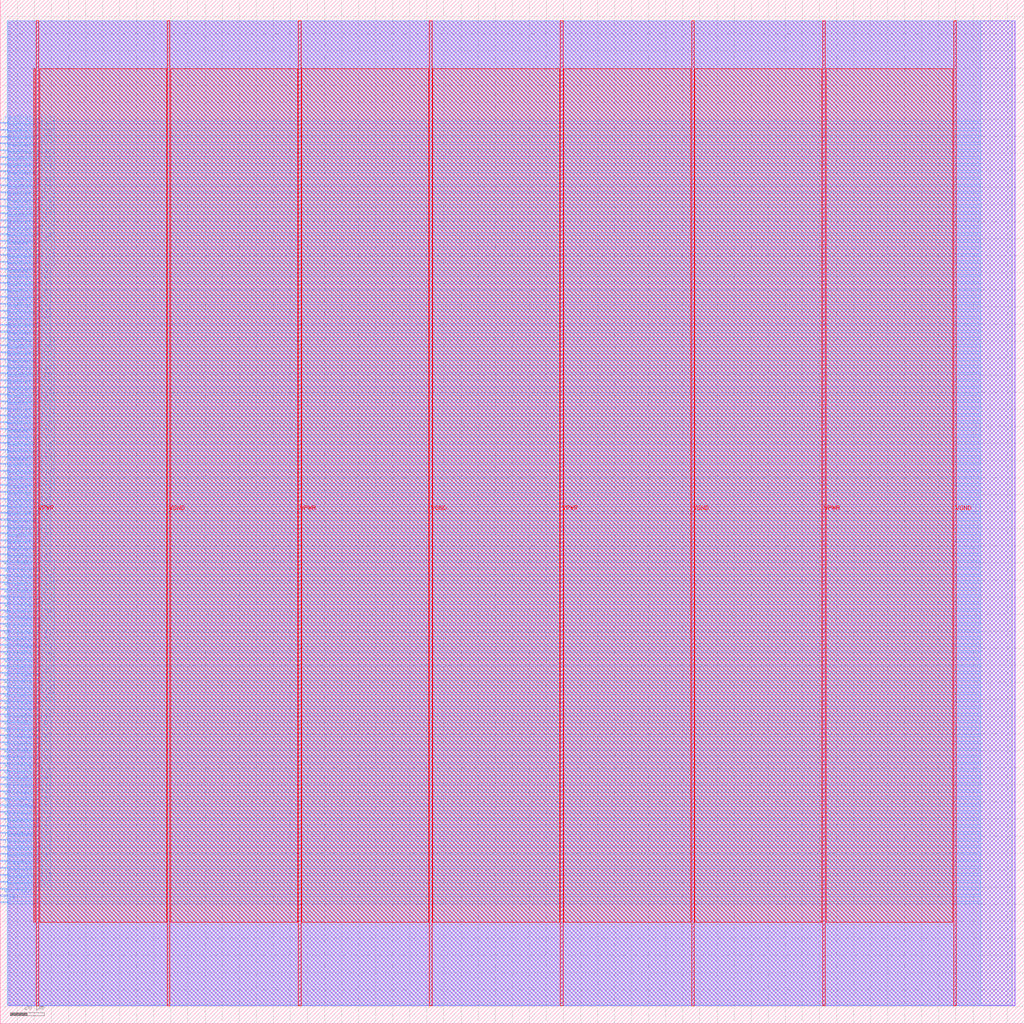
<source format=lef>
VERSION 5.7 ;
  NOWIREEXTENSIONATPIN ON ;
  DIVIDERCHAR "/" ;
  BUSBITCHARS "[]" ;
MACRO registerFile
  CLASS BLOCK ;
  FOREIGN registerFile ;
  ORIGIN 0.000 0.000 ;
  SIZE 600.000 BY 600.000 ;
  PIN VGND
    DIRECTION INOUT ;
    USE GROUND ;
    PORT
      LAYER met4 ;
        RECT 97.840 10.640 99.440 587.760 ;
    END
    PORT
      LAYER met4 ;
        RECT 251.440 10.640 253.040 587.760 ;
    END
    PORT
      LAYER met4 ;
        RECT 405.040 10.640 406.640 587.760 ;
    END
    PORT
      LAYER met4 ;
        RECT 558.640 10.640 560.240 587.760 ;
    END
  END VGND
  PIN VPWR
    DIRECTION INOUT ;
    USE POWER ;
    PORT
      LAYER met4 ;
        RECT 21.040 10.640 22.640 587.760 ;
    END
    PORT
      LAYER met4 ;
        RECT 174.640 10.640 176.240 587.760 ;
    END
    PORT
      LAYER met4 ;
        RECT 328.240 10.640 329.840 587.760 ;
    END
    PORT
      LAYER met4 ;
        RECT 481.840 10.640 483.440 587.760 ;
    END
  END VPWR
  PIN clk
    DIRECTION INPUT ;
    USE SIGNAL ;
    ANTENNAGATEAREA 0.852000 ;
    ANTENNADIFFAREA 0.434700 ;
    PORT
      LAYER met3 ;
        RECT 0.000 70.760 4.000 71.360 ;
    END
  END clk
  PIN readAddr1[0]
    DIRECTION INPUT ;
    USE SIGNAL ;
    ANTENNAGATEAREA 0.196500 ;
    PORT
      LAYER met3 ;
        RECT 0.000 78.920 4.000 79.520 ;
    END
  END readAddr1[0]
  PIN readAddr1[1]
    DIRECTION INPUT ;
    USE SIGNAL ;
    ANTENNAGATEAREA 0.196500 ;
    PORT
      LAYER met3 ;
        RECT 0.000 83.000 4.000 83.600 ;
    END
  END readAddr1[1]
  PIN readAddr1[2]
    DIRECTION INPUT ;
    USE SIGNAL ;
    ANTENNAGATEAREA 0.196500 ;
    PORT
      LAYER met3 ;
        RECT 0.000 87.080 4.000 87.680 ;
    END
  END readAddr1[2]
  PIN readAddr1[3]
    DIRECTION INPUT ;
    USE SIGNAL ;
    ANTENNAGATEAREA 0.196500 ;
    PORT
      LAYER met3 ;
        RECT 0.000 91.160 4.000 91.760 ;
    END
  END readAddr1[3]
  PIN readAddr1[4]
    DIRECTION INPUT ;
    USE SIGNAL ;
    ANTENNAGATEAREA 0.196500 ;
    PORT
      LAYER met3 ;
        RECT 0.000 95.240 4.000 95.840 ;
    END
  END readAddr1[4]
  PIN readAddr2[0]
    DIRECTION INPUT ;
    USE SIGNAL ;
    ANTENNAGATEAREA 0.196500 ;
    PORT
      LAYER met3 ;
        RECT 0.000 99.320 4.000 99.920 ;
    END
  END readAddr2[0]
  PIN readAddr2[1]
    DIRECTION INPUT ;
    USE SIGNAL ;
    ANTENNAGATEAREA 0.196500 ;
    PORT
      LAYER met3 ;
        RECT 0.000 103.400 4.000 104.000 ;
    END
  END readAddr2[1]
  PIN readAddr2[2]
    DIRECTION INPUT ;
    USE SIGNAL ;
    ANTENNAGATEAREA 0.196500 ;
    PORT
      LAYER met3 ;
        RECT 0.000 107.480 4.000 108.080 ;
    END
  END readAddr2[2]
  PIN readAddr2[3]
    DIRECTION INPUT ;
    USE SIGNAL ;
    ANTENNAGATEAREA 0.196500 ;
    PORT
      LAYER met3 ;
        RECT 0.000 111.560 4.000 112.160 ;
    END
  END readAddr2[3]
  PIN readAddr2[4]
    DIRECTION INPUT ;
    USE SIGNAL ;
    ANTENNAGATEAREA 0.196500 ;
    PORT
      LAYER met3 ;
        RECT 0.000 115.640 4.000 116.240 ;
    END
  END readAddr2[4]
  PIN readData1[0]
    DIRECTION OUTPUT TRISTATE ;
    USE SIGNAL ;
    ANTENNADIFFAREA 0.795200 ;
    PORT
      LAYER met3 ;
        RECT 0.000 270.680 4.000 271.280 ;
    END
  END readData1[0]
  PIN readData1[10]
    DIRECTION OUTPUT TRISTATE ;
    USE SIGNAL ;
    ANTENNADIFFAREA 0.795200 ;
    PORT
      LAYER met3 ;
        RECT 0.000 311.480 4.000 312.080 ;
    END
  END readData1[10]
  PIN readData1[11]
    DIRECTION OUTPUT TRISTATE ;
    USE SIGNAL ;
    ANTENNADIFFAREA 0.795200 ;
    PORT
      LAYER met3 ;
        RECT 0.000 315.560 4.000 316.160 ;
    END
  END readData1[11]
  PIN readData1[12]
    DIRECTION OUTPUT TRISTATE ;
    USE SIGNAL ;
    ANTENNADIFFAREA 0.795200 ;
    PORT
      LAYER met3 ;
        RECT 0.000 319.640 4.000 320.240 ;
    END
  END readData1[12]
  PIN readData1[13]
    DIRECTION OUTPUT TRISTATE ;
    USE SIGNAL ;
    ANTENNADIFFAREA 0.795200 ;
    PORT
      LAYER met3 ;
        RECT 0.000 323.720 4.000 324.320 ;
    END
  END readData1[13]
  PIN readData1[14]
    DIRECTION OUTPUT TRISTATE ;
    USE SIGNAL ;
    ANTENNADIFFAREA 0.795200 ;
    PORT
      LAYER met3 ;
        RECT 0.000 327.800 4.000 328.400 ;
    END
  END readData1[14]
  PIN readData1[15]
    DIRECTION OUTPUT TRISTATE ;
    USE SIGNAL ;
    ANTENNADIFFAREA 0.795200 ;
    PORT
      LAYER met3 ;
        RECT 0.000 331.880 4.000 332.480 ;
    END
  END readData1[15]
  PIN readData1[16]
    DIRECTION OUTPUT TRISTATE ;
    USE SIGNAL ;
    ANTENNADIFFAREA 0.795200 ;
    PORT
      LAYER met3 ;
        RECT 0.000 335.960 4.000 336.560 ;
    END
  END readData1[16]
  PIN readData1[17]
    DIRECTION OUTPUT TRISTATE ;
    USE SIGNAL ;
    ANTENNADIFFAREA 0.795200 ;
    PORT
      LAYER met3 ;
        RECT 0.000 340.040 4.000 340.640 ;
    END
  END readData1[17]
  PIN readData1[18]
    DIRECTION OUTPUT TRISTATE ;
    USE SIGNAL ;
    ANTENNADIFFAREA 0.795200 ;
    PORT
      LAYER met3 ;
        RECT 0.000 344.120 4.000 344.720 ;
    END
  END readData1[18]
  PIN readData1[19]
    DIRECTION OUTPUT TRISTATE ;
    USE SIGNAL ;
    ANTENNADIFFAREA 0.795200 ;
    PORT
      LAYER met3 ;
        RECT 0.000 348.200 4.000 348.800 ;
    END
  END readData1[19]
  PIN readData1[1]
    DIRECTION OUTPUT TRISTATE ;
    USE SIGNAL ;
    ANTENNADIFFAREA 0.795200 ;
    PORT
      LAYER met3 ;
        RECT 0.000 274.760 4.000 275.360 ;
    END
  END readData1[1]
  PIN readData1[20]
    DIRECTION OUTPUT TRISTATE ;
    USE SIGNAL ;
    ANTENNADIFFAREA 0.795200 ;
    PORT
      LAYER met3 ;
        RECT 0.000 352.280 4.000 352.880 ;
    END
  END readData1[20]
  PIN readData1[21]
    DIRECTION OUTPUT TRISTATE ;
    USE SIGNAL ;
    ANTENNADIFFAREA 0.795200 ;
    PORT
      LAYER met3 ;
        RECT 0.000 356.360 4.000 356.960 ;
    END
  END readData1[21]
  PIN readData1[22]
    DIRECTION OUTPUT TRISTATE ;
    USE SIGNAL ;
    ANTENNADIFFAREA 0.795200 ;
    PORT
      LAYER met3 ;
        RECT 0.000 360.440 4.000 361.040 ;
    END
  END readData1[22]
  PIN readData1[23]
    DIRECTION OUTPUT TRISTATE ;
    USE SIGNAL ;
    ANTENNADIFFAREA 0.795200 ;
    PORT
      LAYER met3 ;
        RECT 0.000 364.520 4.000 365.120 ;
    END
  END readData1[23]
  PIN readData1[24]
    DIRECTION OUTPUT TRISTATE ;
    USE SIGNAL ;
    ANTENNADIFFAREA 0.795200 ;
    PORT
      LAYER met3 ;
        RECT 0.000 368.600 4.000 369.200 ;
    END
  END readData1[24]
  PIN readData1[25]
    DIRECTION OUTPUT TRISTATE ;
    USE SIGNAL ;
    ANTENNADIFFAREA 0.795200 ;
    PORT
      LAYER met3 ;
        RECT 0.000 372.680 4.000 373.280 ;
    END
  END readData1[25]
  PIN readData1[26]
    DIRECTION OUTPUT TRISTATE ;
    USE SIGNAL ;
    ANTENNADIFFAREA 0.795200 ;
    PORT
      LAYER met3 ;
        RECT 0.000 376.760 4.000 377.360 ;
    END
  END readData1[26]
  PIN readData1[27]
    DIRECTION OUTPUT TRISTATE ;
    USE SIGNAL ;
    ANTENNADIFFAREA 0.795200 ;
    PORT
      LAYER met3 ;
        RECT 0.000 380.840 4.000 381.440 ;
    END
  END readData1[27]
  PIN readData1[28]
    DIRECTION OUTPUT TRISTATE ;
    USE SIGNAL ;
    ANTENNADIFFAREA 0.795200 ;
    PORT
      LAYER met3 ;
        RECT 0.000 384.920 4.000 385.520 ;
    END
  END readData1[28]
  PIN readData1[29]
    DIRECTION OUTPUT TRISTATE ;
    USE SIGNAL ;
    ANTENNADIFFAREA 0.795200 ;
    PORT
      LAYER met3 ;
        RECT 0.000 389.000 4.000 389.600 ;
    END
  END readData1[29]
  PIN readData1[2]
    DIRECTION OUTPUT TRISTATE ;
    USE SIGNAL ;
    ANTENNADIFFAREA 0.795200 ;
    PORT
      LAYER met3 ;
        RECT 0.000 278.840 4.000 279.440 ;
    END
  END readData1[2]
  PIN readData1[30]
    DIRECTION OUTPUT TRISTATE ;
    USE SIGNAL ;
    ANTENNADIFFAREA 0.795200 ;
    PORT
      LAYER met3 ;
        RECT 0.000 393.080 4.000 393.680 ;
    END
  END readData1[30]
  PIN readData1[31]
    DIRECTION OUTPUT TRISTATE ;
    USE SIGNAL ;
    ANTENNADIFFAREA 0.795200 ;
    PORT
      LAYER met3 ;
        RECT 0.000 397.160 4.000 397.760 ;
    END
  END readData1[31]
  PIN readData1[3]
    DIRECTION OUTPUT TRISTATE ;
    USE SIGNAL ;
    ANTENNADIFFAREA 0.795200 ;
    PORT
      LAYER met3 ;
        RECT 0.000 282.920 4.000 283.520 ;
    END
  END readData1[3]
  PIN readData1[4]
    DIRECTION OUTPUT TRISTATE ;
    USE SIGNAL ;
    ANTENNADIFFAREA 0.795200 ;
    PORT
      LAYER met3 ;
        RECT 0.000 287.000 4.000 287.600 ;
    END
  END readData1[4]
  PIN readData1[5]
    DIRECTION OUTPUT TRISTATE ;
    USE SIGNAL ;
    ANTENNADIFFAREA 0.795200 ;
    PORT
      LAYER met3 ;
        RECT 0.000 291.080 4.000 291.680 ;
    END
  END readData1[5]
  PIN readData1[6]
    DIRECTION OUTPUT TRISTATE ;
    USE SIGNAL ;
    ANTENNADIFFAREA 0.795200 ;
    PORT
      LAYER met3 ;
        RECT 0.000 295.160 4.000 295.760 ;
    END
  END readData1[6]
  PIN readData1[7]
    DIRECTION OUTPUT TRISTATE ;
    USE SIGNAL ;
    ANTENNADIFFAREA 0.795200 ;
    PORT
      LAYER met3 ;
        RECT 0.000 299.240 4.000 299.840 ;
    END
  END readData1[7]
  PIN readData1[8]
    DIRECTION OUTPUT TRISTATE ;
    USE SIGNAL ;
    ANTENNADIFFAREA 0.795200 ;
    PORT
      LAYER met3 ;
        RECT 0.000 303.320 4.000 303.920 ;
    END
  END readData1[8]
  PIN readData1[9]
    DIRECTION OUTPUT TRISTATE ;
    USE SIGNAL ;
    ANTENNADIFFAREA 0.795200 ;
    PORT
      LAYER met3 ;
        RECT 0.000 307.400 4.000 308.000 ;
    END
  END readData1[9]
  PIN readData2[0]
    DIRECTION OUTPUT TRISTATE ;
    USE SIGNAL ;
    ANTENNADIFFAREA 0.795200 ;
    PORT
      LAYER met3 ;
        RECT 0.000 401.240 4.000 401.840 ;
    END
  END readData2[0]
  PIN readData2[10]
    DIRECTION OUTPUT TRISTATE ;
    USE SIGNAL ;
    ANTENNADIFFAREA 0.795200 ;
    PORT
      LAYER met3 ;
        RECT 0.000 442.040 4.000 442.640 ;
    END
  END readData2[10]
  PIN readData2[11]
    DIRECTION OUTPUT TRISTATE ;
    USE SIGNAL ;
    ANTENNADIFFAREA 0.795200 ;
    PORT
      LAYER met3 ;
        RECT 0.000 446.120 4.000 446.720 ;
    END
  END readData2[11]
  PIN readData2[12]
    DIRECTION OUTPUT TRISTATE ;
    USE SIGNAL ;
    ANTENNADIFFAREA 0.795200 ;
    PORT
      LAYER met3 ;
        RECT 0.000 450.200 4.000 450.800 ;
    END
  END readData2[12]
  PIN readData2[13]
    DIRECTION OUTPUT TRISTATE ;
    USE SIGNAL ;
    ANTENNADIFFAREA 0.795200 ;
    PORT
      LAYER met3 ;
        RECT 0.000 454.280 4.000 454.880 ;
    END
  END readData2[13]
  PIN readData2[14]
    DIRECTION OUTPUT TRISTATE ;
    USE SIGNAL ;
    ANTENNADIFFAREA 0.795200 ;
    PORT
      LAYER met3 ;
        RECT 0.000 458.360 4.000 458.960 ;
    END
  END readData2[14]
  PIN readData2[15]
    DIRECTION OUTPUT TRISTATE ;
    USE SIGNAL ;
    ANTENNADIFFAREA 0.795200 ;
    PORT
      LAYER met3 ;
        RECT 0.000 462.440 4.000 463.040 ;
    END
  END readData2[15]
  PIN readData2[16]
    DIRECTION OUTPUT TRISTATE ;
    USE SIGNAL ;
    ANTENNADIFFAREA 0.795200 ;
    PORT
      LAYER met3 ;
        RECT 0.000 466.520 4.000 467.120 ;
    END
  END readData2[16]
  PIN readData2[17]
    DIRECTION OUTPUT TRISTATE ;
    USE SIGNAL ;
    ANTENNADIFFAREA 0.795200 ;
    PORT
      LAYER met3 ;
        RECT 0.000 470.600 4.000 471.200 ;
    END
  END readData2[17]
  PIN readData2[18]
    DIRECTION OUTPUT TRISTATE ;
    USE SIGNAL ;
    ANTENNADIFFAREA 0.795200 ;
    PORT
      LAYER met3 ;
        RECT 0.000 474.680 4.000 475.280 ;
    END
  END readData2[18]
  PIN readData2[19]
    DIRECTION OUTPUT TRISTATE ;
    USE SIGNAL ;
    ANTENNADIFFAREA 0.795200 ;
    PORT
      LAYER met3 ;
        RECT 0.000 478.760 4.000 479.360 ;
    END
  END readData2[19]
  PIN readData2[1]
    DIRECTION OUTPUT TRISTATE ;
    USE SIGNAL ;
    ANTENNADIFFAREA 0.795200 ;
    PORT
      LAYER met3 ;
        RECT 0.000 405.320 4.000 405.920 ;
    END
  END readData2[1]
  PIN readData2[20]
    DIRECTION OUTPUT TRISTATE ;
    USE SIGNAL ;
    ANTENNADIFFAREA 0.795200 ;
    PORT
      LAYER met3 ;
        RECT 0.000 482.840 4.000 483.440 ;
    END
  END readData2[20]
  PIN readData2[21]
    DIRECTION OUTPUT TRISTATE ;
    USE SIGNAL ;
    ANTENNADIFFAREA 0.795200 ;
    PORT
      LAYER met3 ;
        RECT 0.000 486.920 4.000 487.520 ;
    END
  END readData2[21]
  PIN readData2[22]
    DIRECTION OUTPUT TRISTATE ;
    USE SIGNAL ;
    ANTENNADIFFAREA 0.795200 ;
    PORT
      LAYER met3 ;
        RECT 0.000 491.000 4.000 491.600 ;
    END
  END readData2[22]
  PIN readData2[23]
    DIRECTION OUTPUT TRISTATE ;
    USE SIGNAL ;
    ANTENNADIFFAREA 0.795200 ;
    PORT
      LAYER met3 ;
        RECT 0.000 495.080 4.000 495.680 ;
    END
  END readData2[23]
  PIN readData2[24]
    DIRECTION OUTPUT TRISTATE ;
    USE SIGNAL ;
    ANTENNADIFFAREA 0.795200 ;
    PORT
      LAYER met3 ;
        RECT 0.000 499.160 4.000 499.760 ;
    END
  END readData2[24]
  PIN readData2[25]
    DIRECTION OUTPUT TRISTATE ;
    USE SIGNAL ;
    ANTENNADIFFAREA 0.795200 ;
    PORT
      LAYER met3 ;
        RECT 0.000 503.240 4.000 503.840 ;
    END
  END readData2[25]
  PIN readData2[26]
    DIRECTION OUTPUT TRISTATE ;
    USE SIGNAL ;
    ANTENNADIFFAREA 0.795200 ;
    PORT
      LAYER met3 ;
        RECT 0.000 507.320 4.000 507.920 ;
    END
  END readData2[26]
  PIN readData2[27]
    DIRECTION OUTPUT TRISTATE ;
    USE SIGNAL ;
    ANTENNADIFFAREA 0.795200 ;
    PORT
      LAYER met3 ;
        RECT 0.000 511.400 4.000 512.000 ;
    END
  END readData2[27]
  PIN readData2[28]
    DIRECTION OUTPUT TRISTATE ;
    USE SIGNAL ;
    ANTENNADIFFAREA 0.795200 ;
    PORT
      LAYER met3 ;
        RECT 0.000 515.480 4.000 516.080 ;
    END
  END readData2[28]
  PIN readData2[29]
    DIRECTION OUTPUT TRISTATE ;
    USE SIGNAL ;
    ANTENNADIFFAREA 0.795200 ;
    PORT
      LAYER met3 ;
        RECT 0.000 519.560 4.000 520.160 ;
    END
  END readData2[29]
  PIN readData2[2]
    DIRECTION OUTPUT TRISTATE ;
    USE SIGNAL ;
    ANTENNADIFFAREA 0.795200 ;
    PORT
      LAYER met3 ;
        RECT 0.000 409.400 4.000 410.000 ;
    END
  END readData2[2]
  PIN readData2[30]
    DIRECTION OUTPUT TRISTATE ;
    USE SIGNAL ;
    ANTENNADIFFAREA 0.795200 ;
    PORT
      LAYER met3 ;
        RECT 0.000 523.640 4.000 524.240 ;
    END
  END readData2[30]
  PIN readData2[31]
    DIRECTION OUTPUT TRISTATE ;
    USE SIGNAL ;
    ANTENNADIFFAREA 0.795200 ;
    PORT
      LAYER met3 ;
        RECT 0.000 527.720 4.000 528.320 ;
    END
  END readData2[31]
  PIN readData2[3]
    DIRECTION OUTPUT TRISTATE ;
    USE SIGNAL ;
    ANTENNADIFFAREA 0.795200 ;
    PORT
      LAYER met3 ;
        RECT 0.000 413.480 4.000 414.080 ;
    END
  END readData2[3]
  PIN readData2[4]
    DIRECTION OUTPUT TRISTATE ;
    USE SIGNAL ;
    ANTENNADIFFAREA 0.795200 ;
    PORT
      LAYER met3 ;
        RECT 0.000 417.560 4.000 418.160 ;
    END
  END readData2[4]
  PIN readData2[5]
    DIRECTION OUTPUT TRISTATE ;
    USE SIGNAL ;
    ANTENNADIFFAREA 0.795200 ;
    PORT
      LAYER met3 ;
        RECT 0.000 421.640 4.000 422.240 ;
    END
  END readData2[5]
  PIN readData2[6]
    DIRECTION OUTPUT TRISTATE ;
    USE SIGNAL ;
    ANTENNADIFFAREA 0.795200 ;
    PORT
      LAYER met3 ;
        RECT 0.000 425.720 4.000 426.320 ;
    END
  END readData2[6]
  PIN readData2[7]
    DIRECTION OUTPUT TRISTATE ;
    USE SIGNAL ;
    ANTENNADIFFAREA 0.795200 ;
    PORT
      LAYER met3 ;
        RECT 0.000 429.800 4.000 430.400 ;
    END
  END readData2[7]
  PIN readData2[8]
    DIRECTION OUTPUT TRISTATE ;
    USE SIGNAL ;
    ANTENNADIFFAREA 0.795200 ;
    PORT
      LAYER met3 ;
        RECT 0.000 433.880 4.000 434.480 ;
    END
  END readData2[8]
  PIN readData2[9]
    DIRECTION OUTPUT TRISTATE ;
    USE SIGNAL ;
    ANTENNADIFFAREA 0.795200 ;
    PORT
      LAYER met3 ;
        RECT 0.000 437.960 4.000 438.560 ;
    END
  END readData2[9]
  PIN writeAddr[0]
    DIRECTION INPUT ;
    USE SIGNAL ;
    ANTENNAGATEAREA 0.196500 ;
    PORT
      LAYER met3 ;
        RECT 0.000 119.720 4.000 120.320 ;
    END
  END writeAddr[0]
  PIN writeAddr[1]
    DIRECTION INPUT ;
    USE SIGNAL ;
    ANTENNAGATEAREA 0.196500 ;
    PORT
      LAYER met3 ;
        RECT 0.000 123.800 4.000 124.400 ;
    END
  END writeAddr[1]
  PIN writeAddr[2]
    DIRECTION INPUT ;
    USE SIGNAL ;
    ANTENNAGATEAREA 0.196500 ;
    PORT
      LAYER met3 ;
        RECT 0.000 127.880 4.000 128.480 ;
    END
  END writeAddr[2]
  PIN writeAddr[3]
    DIRECTION INPUT ;
    USE SIGNAL ;
    ANTENNAGATEAREA 0.196500 ;
    PORT
      LAYER met3 ;
        RECT 0.000 131.960 4.000 132.560 ;
    END
  END writeAddr[3]
  PIN writeAddr[4]
    DIRECTION INPUT ;
    USE SIGNAL ;
    ANTENNAGATEAREA 0.196500 ;
    PORT
      LAYER met3 ;
        RECT 0.000 136.040 4.000 136.640 ;
    END
  END writeAddr[4]
  PIN writeData[0]
    DIRECTION INPUT ;
    USE SIGNAL ;
    ANTENNAGATEAREA 0.196500 ;
    PORT
      LAYER met3 ;
        RECT 0.000 140.120 4.000 140.720 ;
    END
  END writeData[0]
  PIN writeData[10]
    DIRECTION INPUT ;
    USE SIGNAL ;
    ANTENNAGATEAREA 0.196500 ;
    PORT
      LAYER met3 ;
        RECT 0.000 180.920 4.000 181.520 ;
    END
  END writeData[10]
  PIN writeData[11]
    DIRECTION INPUT ;
    USE SIGNAL ;
    ANTENNAGATEAREA 0.196500 ;
    PORT
      LAYER met3 ;
        RECT 0.000 185.000 4.000 185.600 ;
    END
  END writeData[11]
  PIN writeData[12]
    DIRECTION INPUT ;
    USE SIGNAL ;
    ANTENNAGATEAREA 0.196500 ;
    PORT
      LAYER met3 ;
        RECT 0.000 189.080 4.000 189.680 ;
    END
  END writeData[12]
  PIN writeData[13]
    DIRECTION INPUT ;
    USE SIGNAL ;
    ANTENNAGATEAREA 0.196500 ;
    PORT
      LAYER met3 ;
        RECT 0.000 193.160 4.000 193.760 ;
    END
  END writeData[13]
  PIN writeData[14]
    DIRECTION INPUT ;
    USE SIGNAL ;
    ANTENNAGATEAREA 0.196500 ;
    PORT
      LAYER met3 ;
        RECT 0.000 197.240 4.000 197.840 ;
    END
  END writeData[14]
  PIN writeData[15]
    DIRECTION INPUT ;
    USE SIGNAL ;
    ANTENNAGATEAREA 0.196500 ;
    PORT
      LAYER met3 ;
        RECT 0.000 201.320 4.000 201.920 ;
    END
  END writeData[15]
  PIN writeData[16]
    DIRECTION INPUT ;
    USE SIGNAL ;
    ANTENNAGATEAREA 0.196500 ;
    PORT
      LAYER met3 ;
        RECT 0.000 205.400 4.000 206.000 ;
    END
  END writeData[16]
  PIN writeData[17]
    DIRECTION INPUT ;
    USE SIGNAL ;
    ANTENNAGATEAREA 0.196500 ;
    PORT
      LAYER met3 ;
        RECT 0.000 209.480 4.000 210.080 ;
    END
  END writeData[17]
  PIN writeData[18]
    DIRECTION INPUT ;
    USE SIGNAL ;
    ANTENNAGATEAREA 0.196500 ;
    PORT
      LAYER met3 ;
        RECT 0.000 213.560 4.000 214.160 ;
    END
  END writeData[18]
  PIN writeData[19]
    DIRECTION INPUT ;
    USE SIGNAL ;
    ANTENNAGATEAREA 0.196500 ;
    PORT
      LAYER met3 ;
        RECT 0.000 217.640 4.000 218.240 ;
    END
  END writeData[19]
  PIN writeData[1]
    DIRECTION INPUT ;
    USE SIGNAL ;
    ANTENNAGATEAREA 0.196500 ;
    PORT
      LAYER met3 ;
        RECT 0.000 144.200 4.000 144.800 ;
    END
  END writeData[1]
  PIN writeData[20]
    DIRECTION INPUT ;
    USE SIGNAL ;
    ANTENNAGATEAREA 0.196500 ;
    PORT
      LAYER met3 ;
        RECT 0.000 221.720 4.000 222.320 ;
    END
  END writeData[20]
  PIN writeData[21]
    DIRECTION INPUT ;
    USE SIGNAL ;
    ANTENNAGATEAREA 0.196500 ;
    PORT
      LAYER met3 ;
        RECT 0.000 225.800 4.000 226.400 ;
    END
  END writeData[21]
  PIN writeData[22]
    DIRECTION INPUT ;
    USE SIGNAL ;
    ANTENNAGATEAREA 0.196500 ;
    PORT
      LAYER met3 ;
        RECT 0.000 229.880 4.000 230.480 ;
    END
  END writeData[22]
  PIN writeData[23]
    DIRECTION INPUT ;
    USE SIGNAL ;
    ANTENNAGATEAREA 0.196500 ;
    PORT
      LAYER met3 ;
        RECT 0.000 233.960 4.000 234.560 ;
    END
  END writeData[23]
  PIN writeData[24]
    DIRECTION INPUT ;
    USE SIGNAL ;
    ANTENNAGATEAREA 0.196500 ;
    PORT
      LAYER met3 ;
        RECT 0.000 238.040 4.000 238.640 ;
    END
  END writeData[24]
  PIN writeData[25]
    DIRECTION INPUT ;
    USE SIGNAL ;
    ANTENNAGATEAREA 0.196500 ;
    PORT
      LAYER met3 ;
        RECT 0.000 242.120 4.000 242.720 ;
    END
  END writeData[25]
  PIN writeData[26]
    DIRECTION INPUT ;
    USE SIGNAL ;
    ANTENNAGATEAREA 0.196500 ;
    PORT
      LAYER met3 ;
        RECT 0.000 246.200 4.000 246.800 ;
    END
  END writeData[26]
  PIN writeData[27]
    DIRECTION INPUT ;
    USE SIGNAL ;
    ANTENNAGATEAREA 0.196500 ;
    PORT
      LAYER met3 ;
        RECT 0.000 250.280 4.000 250.880 ;
    END
  END writeData[27]
  PIN writeData[28]
    DIRECTION INPUT ;
    USE SIGNAL ;
    ANTENNAGATEAREA 0.196500 ;
    PORT
      LAYER met3 ;
        RECT 0.000 254.360 4.000 254.960 ;
    END
  END writeData[28]
  PIN writeData[29]
    DIRECTION INPUT ;
    USE SIGNAL ;
    ANTENNAGATEAREA 0.196500 ;
    PORT
      LAYER met3 ;
        RECT 0.000 258.440 4.000 259.040 ;
    END
  END writeData[29]
  PIN writeData[2]
    DIRECTION INPUT ;
    USE SIGNAL ;
    ANTENNAGATEAREA 0.196500 ;
    PORT
      LAYER met3 ;
        RECT 0.000 148.280 4.000 148.880 ;
    END
  END writeData[2]
  PIN writeData[30]
    DIRECTION INPUT ;
    USE SIGNAL ;
    ANTENNAGATEAREA 0.196500 ;
    PORT
      LAYER met3 ;
        RECT 0.000 262.520 4.000 263.120 ;
    END
  END writeData[30]
  PIN writeData[31]
    DIRECTION INPUT ;
    USE SIGNAL ;
    ANTENNAGATEAREA 0.196500 ;
    PORT
      LAYER met3 ;
        RECT 0.000 266.600 4.000 267.200 ;
    END
  END writeData[31]
  PIN writeData[3]
    DIRECTION INPUT ;
    USE SIGNAL ;
    ANTENNAGATEAREA 0.213000 ;
    PORT
      LAYER met3 ;
        RECT 0.000 152.360 4.000 152.960 ;
    END
  END writeData[3]
  PIN writeData[4]
    DIRECTION INPUT ;
    USE SIGNAL ;
    ANTENNAGATEAREA 0.213000 ;
    PORT
      LAYER met3 ;
        RECT 0.000 156.440 4.000 157.040 ;
    END
  END writeData[4]
  PIN writeData[5]
    DIRECTION INPUT ;
    USE SIGNAL ;
    ANTENNAGATEAREA 0.196500 ;
    PORT
      LAYER met3 ;
        RECT 0.000 160.520 4.000 161.120 ;
    END
  END writeData[5]
  PIN writeData[6]
    DIRECTION INPUT ;
    USE SIGNAL ;
    ANTENNAGATEAREA 0.196500 ;
    PORT
      LAYER met3 ;
        RECT 0.000 164.600 4.000 165.200 ;
    END
  END writeData[6]
  PIN writeData[7]
    DIRECTION INPUT ;
    USE SIGNAL ;
    ANTENNAGATEAREA 0.196500 ;
    PORT
      LAYER met3 ;
        RECT 0.000 168.680 4.000 169.280 ;
    END
  END writeData[7]
  PIN writeData[8]
    DIRECTION INPUT ;
    USE SIGNAL ;
    ANTENNAGATEAREA 0.196500 ;
    PORT
      LAYER met3 ;
        RECT 0.000 172.760 4.000 173.360 ;
    END
  END writeData[8]
  PIN writeData[9]
    DIRECTION INPUT ;
    USE SIGNAL ;
    ANTENNAGATEAREA 0.196500 ;
    PORT
      LAYER met3 ;
        RECT 0.000 176.840 4.000 177.440 ;
    END
  END writeData[9]
  PIN writeEn
    DIRECTION INPUT ;
    USE SIGNAL ;
    ANTENNAGATEAREA 0.196500 ;
    PORT
      LAYER met3 ;
        RECT 0.000 74.840 4.000 75.440 ;
    END
  END writeEn
  OBS
      LAYER li1 ;
        RECT 5.520 10.795 594.320 587.605 ;
      LAYER met1 ;
        RECT 4.670 10.640 594.620 587.760 ;
      LAYER met2 ;
        RECT 4.690 10.695 592.840 587.705 ;
      LAYER met3 ;
        RECT 3.990 528.720 574.475 587.685 ;
        RECT 4.400 527.320 574.475 528.720 ;
        RECT 3.990 524.640 574.475 527.320 ;
        RECT 4.400 523.240 574.475 524.640 ;
        RECT 3.990 520.560 574.475 523.240 ;
        RECT 4.400 519.160 574.475 520.560 ;
        RECT 3.990 516.480 574.475 519.160 ;
        RECT 4.400 515.080 574.475 516.480 ;
        RECT 3.990 512.400 574.475 515.080 ;
        RECT 4.400 511.000 574.475 512.400 ;
        RECT 3.990 508.320 574.475 511.000 ;
        RECT 4.400 506.920 574.475 508.320 ;
        RECT 3.990 504.240 574.475 506.920 ;
        RECT 4.400 502.840 574.475 504.240 ;
        RECT 3.990 500.160 574.475 502.840 ;
        RECT 4.400 498.760 574.475 500.160 ;
        RECT 3.990 496.080 574.475 498.760 ;
        RECT 4.400 494.680 574.475 496.080 ;
        RECT 3.990 492.000 574.475 494.680 ;
        RECT 4.400 490.600 574.475 492.000 ;
        RECT 3.990 487.920 574.475 490.600 ;
        RECT 4.400 486.520 574.475 487.920 ;
        RECT 3.990 483.840 574.475 486.520 ;
        RECT 4.400 482.440 574.475 483.840 ;
        RECT 3.990 479.760 574.475 482.440 ;
        RECT 4.400 478.360 574.475 479.760 ;
        RECT 3.990 475.680 574.475 478.360 ;
        RECT 4.400 474.280 574.475 475.680 ;
        RECT 3.990 471.600 574.475 474.280 ;
        RECT 4.400 470.200 574.475 471.600 ;
        RECT 3.990 467.520 574.475 470.200 ;
        RECT 4.400 466.120 574.475 467.520 ;
        RECT 3.990 463.440 574.475 466.120 ;
        RECT 4.400 462.040 574.475 463.440 ;
        RECT 3.990 459.360 574.475 462.040 ;
        RECT 4.400 457.960 574.475 459.360 ;
        RECT 3.990 455.280 574.475 457.960 ;
        RECT 4.400 453.880 574.475 455.280 ;
        RECT 3.990 451.200 574.475 453.880 ;
        RECT 4.400 449.800 574.475 451.200 ;
        RECT 3.990 447.120 574.475 449.800 ;
        RECT 4.400 445.720 574.475 447.120 ;
        RECT 3.990 443.040 574.475 445.720 ;
        RECT 4.400 441.640 574.475 443.040 ;
        RECT 3.990 438.960 574.475 441.640 ;
        RECT 4.400 437.560 574.475 438.960 ;
        RECT 3.990 434.880 574.475 437.560 ;
        RECT 4.400 433.480 574.475 434.880 ;
        RECT 3.990 430.800 574.475 433.480 ;
        RECT 4.400 429.400 574.475 430.800 ;
        RECT 3.990 426.720 574.475 429.400 ;
        RECT 4.400 425.320 574.475 426.720 ;
        RECT 3.990 422.640 574.475 425.320 ;
        RECT 4.400 421.240 574.475 422.640 ;
        RECT 3.990 418.560 574.475 421.240 ;
        RECT 4.400 417.160 574.475 418.560 ;
        RECT 3.990 414.480 574.475 417.160 ;
        RECT 4.400 413.080 574.475 414.480 ;
        RECT 3.990 410.400 574.475 413.080 ;
        RECT 4.400 409.000 574.475 410.400 ;
        RECT 3.990 406.320 574.475 409.000 ;
        RECT 4.400 404.920 574.475 406.320 ;
        RECT 3.990 402.240 574.475 404.920 ;
        RECT 4.400 400.840 574.475 402.240 ;
        RECT 3.990 398.160 574.475 400.840 ;
        RECT 4.400 396.760 574.475 398.160 ;
        RECT 3.990 394.080 574.475 396.760 ;
        RECT 4.400 392.680 574.475 394.080 ;
        RECT 3.990 390.000 574.475 392.680 ;
        RECT 4.400 388.600 574.475 390.000 ;
        RECT 3.990 385.920 574.475 388.600 ;
        RECT 4.400 384.520 574.475 385.920 ;
        RECT 3.990 381.840 574.475 384.520 ;
        RECT 4.400 380.440 574.475 381.840 ;
        RECT 3.990 377.760 574.475 380.440 ;
        RECT 4.400 376.360 574.475 377.760 ;
        RECT 3.990 373.680 574.475 376.360 ;
        RECT 4.400 372.280 574.475 373.680 ;
        RECT 3.990 369.600 574.475 372.280 ;
        RECT 4.400 368.200 574.475 369.600 ;
        RECT 3.990 365.520 574.475 368.200 ;
        RECT 4.400 364.120 574.475 365.520 ;
        RECT 3.990 361.440 574.475 364.120 ;
        RECT 4.400 360.040 574.475 361.440 ;
        RECT 3.990 357.360 574.475 360.040 ;
        RECT 4.400 355.960 574.475 357.360 ;
        RECT 3.990 353.280 574.475 355.960 ;
        RECT 4.400 351.880 574.475 353.280 ;
        RECT 3.990 349.200 574.475 351.880 ;
        RECT 4.400 347.800 574.475 349.200 ;
        RECT 3.990 345.120 574.475 347.800 ;
        RECT 4.400 343.720 574.475 345.120 ;
        RECT 3.990 341.040 574.475 343.720 ;
        RECT 4.400 339.640 574.475 341.040 ;
        RECT 3.990 336.960 574.475 339.640 ;
        RECT 4.400 335.560 574.475 336.960 ;
        RECT 3.990 332.880 574.475 335.560 ;
        RECT 4.400 331.480 574.475 332.880 ;
        RECT 3.990 328.800 574.475 331.480 ;
        RECT 4.400 327.400 574.475 328.800 ;
        RECT 3.990 324.720 574.475 327.400 ;
        RECT 4.400 323.320 574.475 324.720 ;
        RECT 3.990 320.640 574.475 323.320 ;
        RECT 4.400 319.240 574.475 320.640 ;
        RECT 3.990 316.560 574.475 319.240 ;
        RECT 4.400 315.160 574.475 316.560 ;
        RECT 3.990 312.480 574.475 315.160 ;
        RECT 4.400 311.080 574.475 312.480 ;
        RECT 3.990 308.400 574.475 311.080 ;
        RECT 4.400 307.000 574.475 308.400 ;
        RECT 3.990 304.320 574.475 307.000 ;
        RECT 4.400 302.920 574.475 304.320 ;
        RECT 3.990 300.240 574.475 302.920 ;
        RECT 4.400 298.840 574.475 300.240 ;
        RECT 3.990 296.160 574.475 298.840 ;
        RECT 4.400 294.760 574.475 296.160 ;
        RECT 3.990 292.080 574.475 294.760 ;
        RECT 4.400 290.680 574.475 292.080 ;
        RECT 3.990 288.000 574.475 290.680 ;
        RECT 4.400 286.600 574.475 288.000 ;
        RECT 3.990 283.920 574.475 286.600 ;
        RECT 4.400 282.520 574.475 283.920 ;
        RECT 3.990 279.840 574.475 282.520 ;
        RECT 4.400 278.440 574.475 279.840 ;
        RECT 3.990 275.760 574.475 278.440 ;
        RECT 4.400 274.360 574.475 275.760 ;
        RECT 3.990 271.680 574.475 274.360 ;
        RECT 4.400 270.280 574.475 271.680 ;
        RECT 3.990 267.600 574.475 270.280 ;
        RECT 4.400 266.200 574.475 267.600 ;
        RECT 3.990 263.520 574.475 266.200 ;
        RECT 4.400 262.120 574.475 263.520 ;
        RECT 3.990 259.440 574.475 262.120 ;
        RECT 4.400 258.040 574.475 259.440 ;
        RECT 3.990 255.360 574.475 258.040 ;
        RECT 4.400 253.960 574.475 255.360 ;
        RECT 3.990 251.280 574.475 253.960 ;
        RECT 4.400 249.880 574.475 251.280 ;
        RECT 3.990 247.200 574.475 249.880 ;
        RECT 4.400 245.800 574.475 247.200 ;
        RECT 3.990 243.120 574.475 245.800 ;
        RECT 4.400 241.720 574.475 243.120 ;
        RECT 3.990 239.040 574.475 241.720 ;
        RECT 4.400 237.640 574.475 239.040 ;
        RECT 3.990 234.960 574.475 237.640 ;
        RECT 4.400 233.560 574.475 234.960 ;
        RECT 3.990 230.880 574.475 233.560 ;
        RECT 4.400 229.480 574.475 230.880 ;
        RECT 3.990 226.800 574.475 229.480 ;
        RECT 4.400 225.400 574.475 226.800 ;
        RECT 3.990 222.720 574.475 225.400 ;
        RECT 4.400 221.320 574.475 222.720 ;
        RECT 3.990 218.640 574.475 221.320 ;
        RECT 4.400 217.240 574.475 218.640 ;
        RECT 3.990 214.560 574.475 217.240 ;
        RECT 4.400 213.160 574.475 214.560 ;
        RECT 3.990 210.480 574.475 213.160 ;
        RECT 4.400 209.080 574.475 210.480 ;
        RECT 3.990 206.400 574.475 209.080 ;
        RECT 4.400 205.000 574.475 206.400 ;
        RECT 3.990 202.320 574.475 205.000 ;
        RECT 4.400 200.920 574.475 202.320 ;
        RECT 3.990 198.240 574.475 200.920 ;
        RECT 4.400 196.840 574.475 198.240 ;
        RECT 3.990 194.160 574.475 196.840 ;
        RECT 4.400 192.760 574.475 194.160 ;
        RECT 3.990 190.080 574.475 192.760 ;
        RECT 4.400 188.680 574.475 190.080 ;
        RECT 3.990 186.000 574.475 188.680 ;
        RECT 4.400 184.600 574.475 186.000 ;
        RECT 3.990 181.920 574.475 184.600 ;
        RECT 4.400 180.520 574.475 181.920 ;
        RECT 3.990 177.840 574.475 180.520 ;
        RECT 4.400 176.440 574.475 177.840 ;
        RECT 3.990 173.760 574.475 176.440 ;
        RECT 4.400 172.360 574.475 173.760 ;
        RECT 3.990 169.680 574.475 172.360 ;
        RECT 4.400 168.280 574.475 169.680 ;
        RECT 3.990 165.600 574.475 168.280 ;
        RECT 4.400 164.200 574.475 165.600 ;
        RECT 3.990 161.520 574.475 164.200 ;
        RECT 4.400 160.120 574.475 161.520 ;
        RECT 3.990 157.440 574.475 160.120 ;
        RECT 4.400 156.040 574.475 157.440 ;
        RECT 3.990 153.360 574.475 156.040 ;
        RECT 4.400 151.960 574.475 153.360 ;
        RECT 3.990 149.280 574.475 151.960 ;
        RECT 4.400 147.880 574.475 149.280 ;
        RECT 3.990 145.200 574.475 147.880 ;
        RECT 4.400 143.800 574.475 145.200 ;
        RECT 3.990 141.120 574.475 143.800 ;
        RECT 4.400 139.720 574.475 141.120 ;
        RECT 3.990 137.040 574.475 139.720 ;
        RECT 4.400 135.640 574.475 137.040 ;
        RECT 3.990 132.960 574.475 135.640 ;
        RECT 4.400 131.560 574.475 132.960 ;
        RECT 3.990 128.880 574.475 131.560 ;
        RECT 4.400 127.480 574.475 128.880 ;
        RECT 3.990 124.800 574.475 127.480 ;
        RECT 4.400 123.400 574.475 124.800 ;
        RECT 3.990 120.720 574.475 123.400 ;
        RECT 4.400 119.320 574.475 120.720 ;
        RECT 3.990 116.640 574.475 119.320 ;
        RECT 4.400 115.240 574.475 116.640 ;
        RECT 3.990 112.560 574.475 115.240 ;
        RECT 4.400 111.160 574.475 112.560 ;
        RECT 3.990 108.480 574.475 111.160 ;
        RECT 4.400 107.080 574.475 108.480 ;
        RECT 3.990 104.400 574.475 107.080 ;
        RECT 4.400 103.000 574.475 104.400 ;
        RECT 3.990 100.320 574.475 103.000 ;
        RECT 4.400 98.920 574.475 100.320 ;
        RECT 3.990 96.240 574.475 98.920 ;
        RECT 4.400 94.840 574.475 96.240 ;
        RECT 3.990 92.160 574.475 94.840 ;
        RECT 4.400 90.760 574.475 92.160 ;
        RECT 3.990 88.080 574.475 90.760 ;
        RECT 4.400 86.680 574.475 88.080 ;
        RECT 3.990 84.000 574.475 86.680 ;
        RECT 4.400 82.600 574.475 84.000 ;
        RECT 3.990 79.920 574.475 82.600 ;
        RECT 4.400 78.520 574.475 79.920 ;
        RECT 3.990 75.840 574.475 78.520 ;
        RECT 4.400 74.440 574.475 75.840 ;
        RECT 3.990 71.760 574.475 74.440 ;
        RECT 4.400 70.360 574.475 71.760 ;
        RECT 3.990 10.715 574.475 70.360 ;
      LAYER met4 ;
        RECT 19.615 59.335 20.640 559.465 ;
        RECT 23.040 59.335 97.440 559.465 ;
        RECT 99.840 59.335 174.240 559.465 ;
        RECT 176.640 59.335 251.040 559.465 ;
        RECT 253.440 59.335 327.840 559.465 ;
        RECT 330.240 59.335 404.640 559.465 ;
        RECT 407.040 59.335 481.440 559.465 ;
        RECT 483.840 59.335 558.145 559.465 ;
  END
END registerFile
END LIBRARY


</source>
